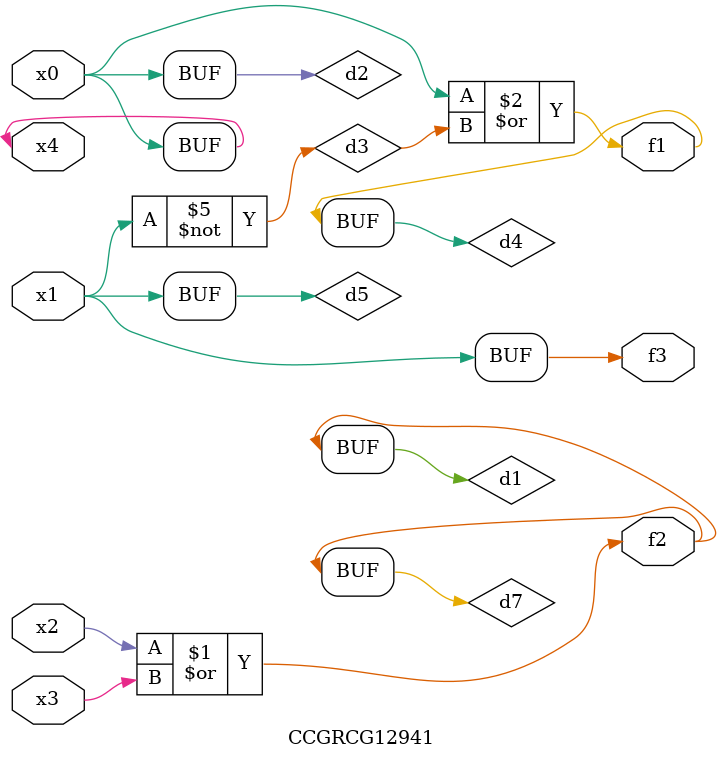
<source format=v>
module CCGRCG12941(
	input x0, x1, x2, x3, x4,
	output f1, f2, f3
);

	wire d1, d2, d3, d4, d5, d6, d7;

	or (d1, x2, x3);
	buf (d2, x0, x4);
	not (d3, x1);
	or (d4, d2, d3);
	not (d5, d3);
	nand (d6, d1, d3);
	or (d7, d1);
	assign f1 = d4;
	assign f2 = d7;
	assign f3 = d5;
endmodule

</source>
